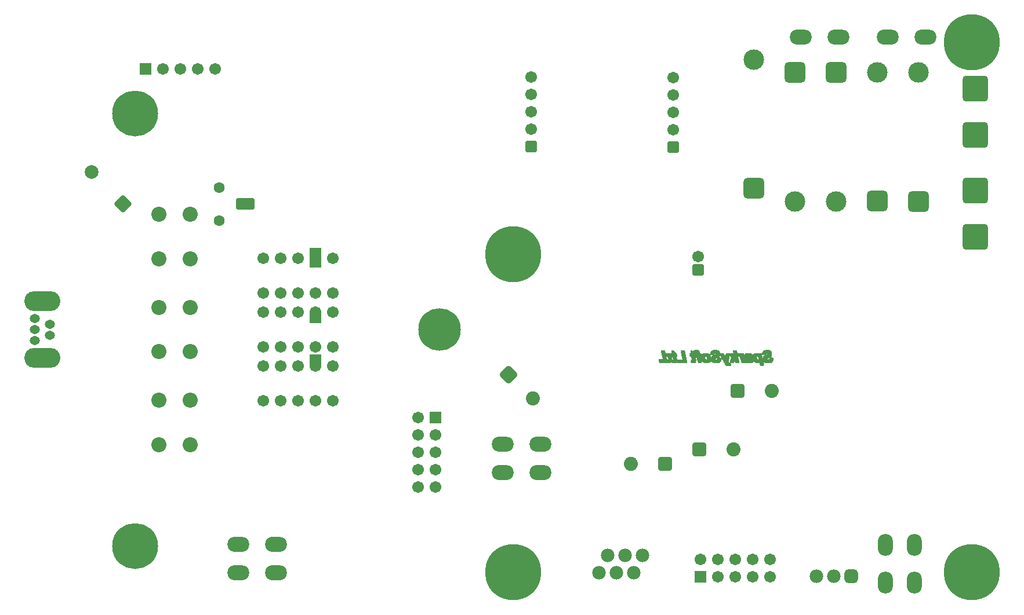
<source format=gbs>
%FSTAX25Y25*%
%MOIN*%
%SFA1B1*%

%IPPOS*%
%AMD175*
4,1,8,-0.033500,0.020700,-0.033500,-0.020700,-0.020700,-0.033500,0.020700,-0.033500,0.033500,-0.020700,0.033500,0.020700,0.020700,0.033500,-0.020700,0.033500,-0.033500,0.020700,0.0*
1,1,0.025720,-0.020700,0.020700*
1,1,0.025720,-0.020700,-0.020700*
1,1,0.025720,0.020700,-0.020700*
1,1,0.025720,0.020700,0.020700*
%
%AMD180*
4,1,8,0.045400,0.010300,0.010300,0.045400,-0.010300,0.045400,-0.045400,0.010300,-0.045400,-0.010300,-0.010300,-0.045400,0.010300,-0.045400,0.045400,-0.010300,0.045400,0.010300,0.0*
1,1,0.029260,0.035100,0.000000*
1,1,0.029260,0.000000,0.035100*
1,1,0.029260,-0.035100,0.000000*
1,1,0.029260,0.000000,-0.035100*
%
%AMD188*
4,1,8,0.025500,0.040400,-0.025500,0.040400,-0.040400,0.025500,-0.040400,-0.025500,-0.025500,-0.040400,0.025500,-0.040400,0.040400,-0.025500,0.040400,0.025500,0.025500,0.040400,0.0*
1,1,0.029860,0.025500,0.025500*
1,1,0.029860,-0.025500,0.025500*
1,1,0.029860,-0.025500,-0.025500*
1,1,0.029860,0.025500,-0.025500*
%
%AMD189*
4,1,8,-0.017500,-0.039000,0.017500,-0.039000,0.039000,-0.017500,0.039000,0.017500,0.017500,0.039000,-0.017500,0.039000,-0.039000,0.017500,-0.039000,-0.017500,-0.017500,-0.039000,0.0*
1,1,0.043000,-0.017500,-0.017500*
1,1,0.043000,0.017500,-0.017500*
1,1,0.043000,0.017500,0.017500*
1,1,0.043000,-0.017500,0.017500*
%
%AMD191*
4,1,8,0.059100,-0.038600,0.059100,0.038600,0.038600,0.059100,-0.038600,0.059100,-0.059100,0.038600,-0.059100,-0.038600,-0.038600,-0.059100,0.038600,-0.059100,0.059100,-0.038600,0.0*
1,1,0.041080,0.038600,-0.038600*
1,1,0.041080,0.038600,0.038600*
1,1,0.041080,-0.038600,0.038600*
1,1,0.041080,-0.038600,-0.038600*
%
%AMD195*
4,1,8,0.046600,0.010500,0.010500,0.046600,-0.010500,0.046600,-0.046600,0.010500,-0.046600,-0.010500,-0.010500,-0.046600,0.010500,-0.046600,0.046600,-0.010500,0.046600,0.010500,0.0*
1,1,0.029860,0.036100,0.000000*
1,1,0.029860,0.000000,0.036100*
1,1,0.029860,-0.036100,0.000000*
1,1,0.029860,0.000000,-0.036100*
%
%AMD196*
4,1,8,-0.072900,0.055100,-0.072900,-0.055100,-0.055100,-0.072900,0.055100,-0.072900,0.072900,-0.055100,0.072900,0.055100,0.055100,0.072900,-0.055100,0.072900,-0.072900,0.055100,0.0*
1,1,0.035560,-0.055100,0.055100*
1,1,0.035560,-0.055100,-0.055100*
1,1,0.035560,0.055100,-0.055100*
1,1,0.035560,0.055100,0.055100*
%
%AMD201*
4,1,8,0.054000,-0.021000,0.054000,0.021000,0.041000,0.034000,-0.041000,0.034000,-0.054000,0.021000,-0.054000,-0.021000,-0.041000,-0.034000,0.041000,-0.034000,0.054000,-0.021000,0.0*
1,1,0.026000,0.041000,-0.021000*
1,1,0.026000,0.041000,0.021000*
1,1,0.026000,-0.041000,0.021000*
1,1,0.026000,-0.041000,-0.021000*
%
%ADD174C,0.067060*%
G04~CAMADD=175~8~0.0~0.0~670.6~670.6~128.6~0.0~15~0.0~0.0~0.0~0.0~0~0.0~0.0~0.0~0.0~0~0.0~0.0~0.0~90.0~670.0~670.0*
%ADD175D175*%
%ADD176O,0.059180X0.051310*%
%ADD177O,0.206850X0.114330*%
%ADD178C,0.263900*%
%ADD179C,0.244220*%
G04~CAMADD=180~8~0.0~0.0~788.7~788.7~146.3~0.0~15~0.0~0.0~0.0~0.0~0~0.0~0.0~0.0~0.0~0~0.0~0.0~0.0~315.0~992.0~991.0*
%ADD180D180*%
%ADD181C,0.078870*%
%ADD182R,0.067060X0.067060*%
%ADD183O,0.126110X0.086740*%
%ADD184R,0.067060X0.067060*%
%ADD185C,0.086740*%
%ADD186C,0.063120*%
%ADD187C,0.080830*%
G04~CAMADD=188~8~0.0~0.0~808.3~808.3~149.3~0.0~15~0.0~0.0~0.0~0.0~0~0.0~0.0~0.0~0.0~0~0.0~0.0~0.0~0.0~808.3~808.3*
%ADD188D188*%
G04~CAMADD=189~8~0.0~0.0~780.0~780.0~215.0~0.0~15~0.0~0.0~0.0~0.0~0~0.0~0.0~0.0~0.0~0~0.0~0.0~0.0~180.0~780.0~780.0*
%ADD189D189*%
%ADD190C,0.078000*%
G04~CAMADD=191~8~0.0~0.0~1182.4~1182.4~205.4~0.0~15~0.0~0.0~0.0~0.0~0~0.0~0.0~0.0~0.0~0~0.0~0.0~0.0~270.0~1182.0~1182.0*
%ADD191D191*%
%ADD192C,0.118240*%
%ADD193C,0.067060*%
%ADD194C,0.322000*%
G04~CAMADD=195~8~0.0~0.0~808.3~808.3~149.3~0.0~15~0.0~0.0~0.0~0.0~0~0.0~0.0~0.0~0.0~0~0.0~0.0~0.0~315.0~1018.0~1017.0*
%ADD195D195*%
G04~CAMADD=196~8~0.0~0.0~1457.9~1457.9~177.8~0.0~15~0.0~0.0~0.0~0.0~0~0.0~0.0~0.0~0.0~0~0.0~0.0~0.0~90.0~1458.0~1458.0*
%ADD196D196*%
%ADD197O,0.086740X0.126110*%
%ADD198R,0.066000X0.118000*%
%ADD199R,0.065940X0.063580*%
%ADD200R,0.065940X0.067300*%
G04~CAMADD=201~8~0.0~0.0~680.0~1080.0~130.0~0.0~15~0.0~0.0~0.0~0.0~0~0.0~0.0~0.0~0.0~0~0.0~0.0~0.0~270.0~1080.0~680.0*
%ADD201D201*%
%LNunisolder52_full-1*%
%LPD*%
G36*
X0511638Y0408933D02*
X0511534D01*
X0511638Y0408433*
X0511534*
X0511638Y0407933*
X0506056*
X0505831Y0408999*
X0505937*
X0505831Y0409499*
X0505937*
X0505831Y0409999*
X0508888*
X050798Y0414339*
X0508085*
X050798Y0414839*
X0508085*
X050798Y0415339*
X0510305*
X0511638Y0408933*
G37*
G36*
X0499184Y0413588D02*
X0499209Y0413598D01*
X0499317Y0413623*
X0499417Y0413648*
X0499509Y0413664*
X0499584Y0413681*
X049965*
X04997Y041369*
X0499742*
X0499934Y0413681*
X0500016Y0413666*
X0500084Y0413681*
X050015*
X05002Y041369*
X0500242*
X0500434Y0413681*
X0500516Y0413666*
X0500584Y0413681*
X0500651*
X05007Y041369*
X0500742*
X0500934Y0413681*
X0501117Y0413648*
X0501284Y0413606*
X050145Y0413548*
X05016Y0413481*
X0501742Y0413406*
X0501867Y0413323*
X0501983Y041324*
X0502083Y0413148*
X0502175Y0413073*
X0502177*
X0502074Y0413573*
X0502639*
X0502516Y0414181*
X0502631Y0414111*
X0502516Y041468*
X0502631Y041461*
X0502516Y041518*
X0503086Y0414834*
X0503016Y041518*
X0503586Y0414834*
X0503516Y041518*
X050494Y0414314*
X0505099Y0413573*
X0505707*
X0505898Y041264*
X0505796*
X0505898Y041214*
X0505796*
X0505898Y041164*
X0505496*
X0505682Y0410774*
X0505707Y0410632*
X0505732Y0410507*
X0505757Y0410399*
X0505773Y0410291*
X050579Y0410199*
X0505798Y0410124*
X0505815Y0410049*
X0505823Y0409991*
Y0409933*
X0505832Y0409891*
X050584Y0409833*
Y0409791*
Y0409783*
X0505823Y0409624*
X0505811Y0409568*
X0505815Y0409549*
X0505823Y0409491*
Y0409433*
X0505832Y0409391*
X050584Y0409333*
Y0409291*
Y0409283*
X0505823Y0409124*
X0505811Y0409068*
X0505815Y0409049*
X0505823Y0408991*
Y0408933*
X0505832Y0408891*
X050584Y0408833*
Y0408791*
Y0408783*
X0505823Y0408624*
X050579Y0408474*
X0505748Y0408358*
X050569Y040825*
X0505632Y0408175*
X050559Y0408116*
X0505557Y0408075*
X050554Y0408066*
X0505482Y0408025*
X0505415Y0407983*
X0505265Y0407925*
X0505107Y0407875*
X0504949Y040785*
X0504807Y0407833*
X050474Y0407825*
X0504691*
X050464Y0407816*
X0504457*
X0504332Y0407825*
X0504291Y0407831*
X0504241Y0407825*
X050419*
X0504141Y0407816*
X0503957*
X0503832Y0407825*
X0503791Y0407831*
X0503741Y0407825*
X050369*
X0503641Y0407816*
X0503457*
X0503332Y0407825*
X0503224Y0407841*
X0503124Y040785*
X0503032Y0407866*
X0502974Y0407875*
X0502933Y0407883*
X0502916*
X0502776Y0408534*
X0502766Y0408516*
X0502725Y040845*
X0502691Y0408399*
X0502666Y0408358*
X0502641Y0408333*
X0502633Y0408316*
X0502625Y0408308*
X0502533Y0408225*
X0502441Y040815*
X050235Y0408083*
X050225Y0408025*
X050215Y0407975*
X0502058Y0407933*
X0501867Y0407875*
X05017Y0407841*
X0501633Y0407833*
X0501567Y0407825*
X0501517Y0407816*
X050145*
X05013Y0407825*
X050118Y0407839*
X0501133Y0407833*
X0501067Y0407825*
X0501017Y0407816*
X050095*
X05008Y0407825*
X050068Y0407839*
X0500633Y0407833*
X0500567Y0407825*
X0500517Y0407816*
X050045*
X05003Y0407825*
X0500159Y0407841*
X0500034Y0407858*
X0499925Y0407891*
X0499834Y0407916*
X0499767Y0407933*
X0497943*
X0497653Y040926*
X0497718Y0408933*
X0497618*
X0497718Y0408433*
X0497618*
X0497718Y0407933*
X0495477*
X0495235Y0409141*
X0495335*
X0495235Y0409641*
X0495335*
X0495235Y0410141*
X0497461*
X0496543Y0414339*
X0496653*
X0496543Y0414839*
X0496653*
X0496543Y0415339*
X0498801*
X0499184Y0413588*
G37*
G36*
X0558327Y0415447D02*
X0558519Y041543D01*
X0558694Y0415405*
X055886Y0415372*
X055901Y0415331*
X0559152Y041528*
X0559277Y0415239*
X0559385Y0415189*
X0559485Y0415131*
X0559577Y0415089*
X0559652Y0415039*
X055971Y0414997*
X055976Y0414964*
X0559794Y0414939*
X055981Y0414922*
X0559818Y0414914*
X0559918Y0414814*
X056001Y0414706*
X0560085Y0414589*
X0560152Y0414481*
X056021Y0414364*
X056026Y0414256*
X0560302Y0414148*
X0560327Y0414048*
X0560352Y0413948*
X0560368Y0413856*
X0560385Y0413773*
X0560393Y0413706*
X0560401Y0413648*
Y0413606*
Y0413581*
Y0413573*
X0560393Y0413406*
X0560378Y0413308*
X0560385Y0413273*
X0560393Y0413206*
X0560401Y0413148*
Y0413106*
Y0413081*
Y0413073*
X0560393Y0412906*
X0560378Y0412808*
X0560385Y0412773*
X0560393Y0412706*
X0560401Y0412648*
Y0412606*
Y0412581*
Y0412573*
X0560393Y0412406*
X0560368Y0412248*
X0560343Y0412106*
X0560302Y041199*
X0560268Y041189*
X0560243Y0411815*
X0560218Y0411773*
X056021Y0411757*
X0560127Y0411631*
X0560043Y0411523*
X0559952Y0411432*
X055986Y0411348*
X0559785Y0411282*
X0559727Y041124*
X0559685Y0411207*
X0559668Y0411198*
X0559602Y0411157*
X0559519Y0411115*
X0559427Y0411065*
X0559918Y0411039*
Y041104*
Y0411057*
Y0411065*
X0561176Y0410999*
Y0410766*
X0561151Y0410549*
X0561143Y0410501*
X0561176Y0410499*
Y0410266*
X0561151Y0410049*
X0561143Y0410001*
X0561176Y0409999*
Y0409766*
X0561151Y0409549*
X0561118Y0409358*
X0561076Y0409191*
X0561051Y0409116*
X0561026Y0409049*
X056101Y0408991*
X0560993Y0408949*
X0560976Y0408908*
X056096Y0408883*
X0560951Y0408866*
Y0408858*
X0560901Y0408766*
X0560843Y0408683*
X056071Y0408533*
X0560568Y0408399*
X0560427Y0408291*
X0560302Y0408208*
X0560243Y0408166*
X0560193Y0408141*
X0560152Y0408116*
X0560118Y0408108*
X0560102Y0408091*
X0560093*
X055986Y0408*
X055961Y0407933*
X0559369Y0407883*
X0559152Y040785*
X0559044Y0407841*
X0558952Y0407833*
X0558869Y0407825*
X0558802*
X0558744Y0407816*
X0558661*
X0558444Y0407825*
X0558402Y0407828*
X0558369Y0407825*
X0558302*
X0558244Y0407816*
X0558161*
X0557944Y0407825*
X0557902Y0407828*
X0557869Y0407825*
X0557802*
X0557744Y0407816*
X0557661*
X0557444Y0407825*
X0557236Y0407841*
X0557044Y0407875*
X0556869Y0407908*
X0556703Y0407958*
X0556544Y0408008*
X0556403Y0408058*
X0556278Y0408116*
X055617Y0408175*
X055607Y0408225*
X0555986Y0408275*
X055592Y0408324*
X0555861Y0408358*
X0555828Y0408391*
X0555803Y0408408*
X0555795Y0408416*
X0555678Y0408533*
X055557Y0408649*
X05555Y0408744*
X0555828Y0407167*
X0555724*
X0555828Y0406667*
X0555724*
X0555828Y0406167*
X0553579*
X0553214Y0407911*
X0553204Y0407908*
X0553104Y0407875*
X0553005Y0407858*
X0552913Y0407841*
X0552838Y0407825*
X055278*
X055273Y0407816*
X0552688*
X0552521Y0407825*
X0552414Y0407842*
X0552413Y0407841*
X0552338Y0407825*
X055228*
X055223Y0407816*
X0552188*
X0552021Y0407825*
X0551914Y0407842*
X0551913Y0407841*
X0551838Y0407825*
X055178*
X055173Y0407816*
X0551688*
X0551521Y0407825*
X0551363Y040785*
X0551213Y0407883*
X0551063Y0407933*
X055093Y0407983*
X0550797Y040805*
X055068Y0408116*
X0550572Y0408183*
X0550472Y040825*
X0550388Y0408316*
X0550314Y0408383*
X0550247Y0408433*
X0550197Y0408483*
X0550164Y0408516*
X0550139Y0408541*
X055013Y0408549*
X0549997Y0408716*
X0549882Y0408888*
X0549856Y0408766*
X0549797Y0408599*
X0549722Y0408458*
X0549656Y0408341*
X0549598Y0408258*
X0549573Y0408233*
X0549556Y0408208*
X0549539Y04082*
Y0408191*
X0549464Y0408125*
X0549389Y0408066*
X0549231Y0407975*
X0549073Y0407908*
X0548923Y0407866*
X054879Y0407833*
X0548731Y0407825*
X0548681*
X0548648Y0407816*
X054859*
X0548456Y0407825*
X0548323Y0407841*
X0548289Y0407833*
X0548231Y0407825*
X0548181*
X0548148Y0407816*
X054809*
X0547956Y0407825*
X0547823Y0407841*
X0547789Y0407833*
X0547731Y0407825*
X0547681*
X0547648Y0407816*
X054759*
X0547456Y0407825*
X0547323Y0407841*
X0547206Y0407866*
X0547098Y04079*
X0547007Y0407933*
X05428*
X05425Y0409382*
X0542467Y0409541*
X0542433Y0409691*
X05424Y0409832*
X0542367Y0409966*
X0542333Y0410082*
X05423Y0410182*
X0542275Y0410282*
X0542242Y0410365*
X0542217Y041044*
X0542192Y0410507*
X0542175Y0410557*
X0542158Y0410607*
X0542142Y041064*
X0542133Y0410665*
X0542125Y0410674*
Y0410682*
X054205Y0410832*
X0541959Y0410957*
X0541875Y0411073*
X0541792Y0411165*
X0541717Y041124*
X0541659Y0411298*
X0541617Y0411332*
X05416Y041134*
X0541475Y0411423*
X0541359Y0411482*
X0541242Y0411532*
X0541161Y0411552*
X0541142Y0411548*
X0541109Y0411532*
X0541084Y0411523*
X0541076*
X0541051Y0411575*
X0541001Y041159*
X0540973*
X0541526Y0408933*
X0541422*
X0541526Y0408433*
X0541422*
X0541526Y0407933*
X0539276*
X0538993Y0409316*
X0538926Y0409375*
X0538494Y0407933*
X0536742*
X0536828Y0407192*
X0536771Y0407177*
X0536828Y0406692*
X0536771Y0406677*
X0536828Y0406192*
X0536644Y0406142*
X0536478Y0406109*
X0536328Y0406084*
X0536195Y0406067*
X0536086Y0406059*
X0536003Y040605*
X0535936*
X0535795Y0406059*
X0535711Y0406069*
X0535695Y0406067*
X0535586Y0406059*
X0535503Y040605*
X0535436*
X0535295Y0406059*
X0535211Y0406069*
X0535195Y0406067*
X0535086Y0406059*
X0535003Y040605*
X0534936*
X0534795Y0406059*
X0534661Y0406075*
X0534545Y04061*
X0534445Y0406125*
X0534362Y040615*
X0534303Y0406175*
X053427Y0406192*
X0534253Y04062*
X0534145Y0406259*
X0534053Y0406325*
X053397Y0406392*
X0533895Y040645*
X0533837Y0406509*
X0533795Y0406559*
X053377Y0406592*
X0533762Y04066*
X053372Y040665*
X0533678Y0406708*
X0533587Y0406842*
X0533487Y0406983*
X0533404Y0407133*
X053332Y0407267*
X0533287Y0407325*
X0533254Y0407375*
X0533229Y0407417*
X0533212Y040745*
X0533195Y0407467*
Y0407475*
X0531347Y0410774*
Y0410766*
X0531321Y0410549*
X0531313Y0410501*
X0531347Y0410499*
Y0410266*
X0531321Y0410049*
X0531313Y0410001*
X0531347Y0409999*
Y0409766*
X0531321Y0409549*
X0531288Y0409358*
X0531247Y0409191*
X0531222Y0409116*
X0531197Y0409049*
X053118Y0408991*
X0531163Y0408949*
X0531147Y0408908*
X053113Y0408883*
X0531122Y0408866*
Y0408858*
X0531072Y0408766*
X0531013Y0408683*
X053088Y0408533*
X0530738Y0408399*
X0530597Y0408291*
X0530472Y0408208*
X0530413Y0408166*
X0530364Y0408141*
X0530322Y0408116*
X0530289Y0408108*
X0530272Y0408091*
X0530264*
X053003Y0408*
X052978Y0407933*
X0529539Y0407883*
X0529322Y040785*
X0529214Y0407841*
X0529122Y0407833*
X0529039Y0407825*
X0528972*
X0528914Y0407816*
X0528831*
X0528614Y0407825*
X0528573Y0407828*
X0528539Y0407825*
X0528473*
X0528414Y0407816*
X0528331*
X0528114Y0407825*
X0528073Y0407828*
X0528039Y0407825*
X0527973*
X0527914Y0407816*
X0527831*
X0527614Y0407825*
X0527406Y0407841*
X0527214Y0407875*
X0527039Y0407908*
X0526873Y0407958*
X0526715Y0408008*
X0526573Y0408058*
X0526448Y0408116*
X052634Y0408175*
X052624Y0408225*
X0526157Y0408275*
X052609Y0408324*
X0526032Y0408358*
X0525998Y0408391*
X0525973Y0408408*
X0525965Y0408416*
X0525848Y0408533*
X052574Y0408649*
X0525648Y0408774*
X0525573Y0408899*
X0525507Y0409016*
X0525457Y0409141*
X0525407Y0409258*
X0525374Y0409366*
X052536Y0409426*
X0525332Y0409282*
X0525282Y0409124*
X0525241Y0408999*
X0525224Y0408949*
X0525199Y0408899*
X0525191Y0408866*
X0525174Y0408841*
X0525166Y0408824*
Y0408816*
X0525057Y0408649*
X0524941Y0408499*
X0524816Y0408375*
X0524691Y0408266*
X0524582Y0408183*
X0524491Y0408125*
X0524458Y04081*
X0524433Y0408091*
X0524416Y0408075*
X0524408*
X0524208Y0407991*
X0524016Y0407925*
X0523816Y0407883*
X0523641Y040785*
X0523483Y0407833*
X0523416Y0407825*
X0523358*
X0523316Y0407816*
X052325*
X0523025Y0407825*
X0522969Y0407831*
X0522916Y0407825*
X0522858*
X0522816Y0407816*
X052275*
X0522525Y0407825*
X052247Y0407831*
X0522416Y0407825*
X0522358*
X0522316Y0407816*
X052225*
X0522025Y0407825*
X0521817Y040785*
X0521617Y0407891*
X0521433Y0407941*
X0521258Y0408008*
X05211Y0408075*
X0520959Y040815*
X0520825Y0408225*
X0520709Y0408299*
X0520609Y0408375*
X0520517Y0408441*
X052045Y0408508*
X0520392Y0408558*
X0520351Y0408599*
X0520326Y0408624*
X0520317Y0408633*
X0520192Y0408791*
X0520076Y0408958*
X0519984Y0409116*
X0519947Y0409194*
X0520001Y0408933*
X0519897*
X0520001Y0408433*
X0519897*
X0520001Y0407933*
X0517752*
X0516977Y0411657*
X0516824*
X0516827Y041164*
X0516425*
X0516611Y0410774*
X0516636Y0410632*
X0516661Y0410507*
X0516686Y0410399*
X0516702Y0410291*
X0516719Y0410199*
X0516727Y0410124*
X0516744Y0410049*
X0516752Y0409991*
Y0409933*
X0516761Y0409891*
X0516769Y0409833*
Y0409791*
Y0409783*
X0516752Y0409624*
X051674Y0409568*
X0516744Y0409549*
X0516752Y0409491*
Y0409433*
X0516761Y0409391*
X0516769Y0409333*
Y0409291*
Y0409283*
X0516752Y0409124*
X051674Y0409068*
X0516744Y0409049*
X0516752Y0408991*
Y0408933*
X0516761Y0408891*
X0516769Y0408833*
Y0408791*
Y0408783*
X0516752Y0408624*
X0516719Y0408474*
X0516677Y0408358*
X0516619Y040825*
X0516561Y0408175*
X0516519Y0408116*
X0516486Y0408075*
X0516469Y0408066*
X0516411Y0408025*
X0516344Y0407983*
X0516194Y0407925*
X0516036Y0407875*
X0515878Y040785*
X0515736Y0407833*
X0515669Y0407825*
X051562*
X0515569Y0407816*
X0515386*
X0515261Y0407825*
X051522Y0407831*
X0515169Y0407825*
X051512*
X0515069Y0407816*
X0514886*
X0514761Y0407825*
X051472Y0407831*
X0514669Y0407825*
X0514619*
X051457Y0407816*
X0514386*
X0514261Y0407825*
X0514153Y0407841*
X0514053Y040785*
X0513961Y0407866*
X0513903Y0407875*
X0513861Y0407883*
X0513845*
X0513645Y0408816*
X0513754Y0408808*
X0513645Y0409316*
X0513754Y0409308*
X0513645Y0409816*
X0513762Y0409808*
X0513853Y0409799*
X051392Y0409791*
X0513978*
X051402Y0409783*
X0514145*
X0514152Y0409784*
X0514145Y0409816*
X0514261Y0409808*
X0514268Y0409807*
X051427Y0409808*
X051432Y0409824*
X0514348Y0409831*
X0513961Y041164*
X0513195*
X0513003Y0412573*
X0513106*
X0513003Y0413073*
X0513106*
X0513003Y0413573*
X0513568*
X0513445Y0414181*
X051356Y0414111*
X0513445Y041468*
X051356Y041461*
X0513445Y041518*
X0514015Y0414834*
X0513945Y041518*
X0514515Y0414834*
X0514445Y041518*
X0515301Y041466*
X0515277Y0414747*
X0515403Y0414783*
X0515277Y0415247*
X0515511Y0415314*
X0515736Y0415364*
X0515944Y0415405*
X0516127Y041543*
X0516202Y0415439*
X0516277Y0415447*
X0516344*
X0516394Y0415455*
X0516494*
X051666Y0415447*
X0516719Y0415441*
X0516777Y0415447*
X0516844*
X0516894Y0415455*
X0516994*
X051716Y0415447*
X0517219Y0415441*
X0517277Y0415447*
X0517344*
X0517394Y0415455*
X0517494*
X051766Y0415447*
X051781Y041543*
X0517943Y0415405*
X0518052Y0415372*
X0518144Y0415339*
X051821Y0415314*
X0518243Y0415297*
X051826Y0415289*
X051836Y0415222*
X0518452Y0415147*
X0518527Y0415072*
X0518593Y0415006*
X0518635Y0414939*
X0518677Y0414889*
X0518693Y0414856*
X0518702Y0414839*
X0518718Y0414797*
X0518743Y0414747*
X0518785Y0414631*
X0518826Y0414498*
X051886Y0414372*
X0518893Y0414248*
X051891Y0414148*
X0518918Y0414106*
X0518926Y0414073*
X0518935Y0414056*
Y0414048*
X0519035Y0413573*
X0519734*
X0519906Y0412754*
X0519934Y0412807*
X0519992Y0412881*
X0520042Y0412956*
X0520084Y0413015*
X0520126Y0413056*
X0520151Y041309*
X0520167Y0413106*
X0520176Y0413115*
X0520284Y0413215*
X0520409Y0413306*
X0520534Y0413381*
X0520667Y0413448*
X05208Y0413506*
X0520934Y0413548*
X0521067Y0413589*
X0521192Y0413615*
X0521308Y0413639*
X0521417Y0413656*
X0521517Y0413673*
X0521608Y0413681*
X0521675Y041369*
X0521775*
X0521991Y0413681*
X0522042Y0413675*
X0522108Y0413681*
X0522175Y041369*
X0522275*
X0522492Y0413681*
X0522542Y0413675*
X0522608Y0413681*
X0522675Y041369*
X0522775*
X0522992Y0413681*
X05232Y0413656*
X0523391Y0413615*
X0523575Y0413573*
X0523741Y0413506*
X05239Y0413448*
X0524041Y0413373*
X0524174Y0413306*
X0524291Y0413231*
X0524391Y0413156*
X0524474Y0413098*
X0524549Y041304*
X0524608Y041299*
X0524649Y0412948*
X0524674Y0412923*
X0524683Y0412915*
X0524807Y0412765*
X0524881Y0412665*
X0524882Y0412673*
X0524915Y0412831*
X0524957Y0412973*
X0524969Y041301*
X0524865Y0413015*
X0524882Y0413173*
X0524915Y0413331*
X0524957Y0413473*
X0524969Y041351*
X0524865Y0413515*
X0524882Y0413673*
X0524915Y0413831*
X0524957Y0413973*
X0524999Y0414106*
X0525057Y0414231*
X0525107Y0414348*
X0525174Y0414456*
X0525232Y0414547*
X052529Y0414639*
X0525349Y0414714*
X0525407Y0414772*
X0525449Y0414831*
X052549Y0414872*
X0525523Y0414897*
X052554Y0414914*
X0525548Y0414922*
X0525673Y0415014*
X0525798Y0415097*
X052594Y0415172*
X0526082Y0415231*
X0526223Y041528*
X0526373Y0415322*
X0526656Y0415389*
X0526781Y0415414*
X0526906Y041543*
X0527014Y0415439*
X0527114Y0415447*
X0527189Y0415455*
X0527298*
X0527498Y0415447*
X0527555Y0415442*
X0527614Y0415447*
X0527689Y0415455*
X0527798*
X0527998Y0415447*
X0528055Y0415442*
X0528115Y0415447*
X0528189Y0415455*
X0528298*
X0528498Y0415447*
X0528689Y041543*
X0528864Y0415405*
X0529031Y0415372*
X0529181Y0415331*
X0529322Y041528*
X0529447Y0415239*
X0529556Y0415189*
X0529656Y0415131*
X0529747Y0415089*
X0529822Y0415039*
X052988Y0414997*
X052993Y0414964*
X0529964Y0414939*
X052998Y0414922*
X0529989Y0414914*
X0530089Y0414814*
X053018Y0414706*
X0530255Y0414589*
X0530322Y0414481*
X053038Y0414364*
X053043Y0414256*
X0530472Y0414148*
X0530497Y0414048*
X0530522Y0413948*
X0530539Y0413856*
X0530555Y0413773*
X0530563Y0413706*
X0530572Y0413648*
Y0413606*
Y0413581*
Y0413573*
X0532663*
X0533639Y0411751*
X0533895Y0413573*
X0538002*
X0538119Y041346*
X0537935Y0414339*
X053804*
X0537935Y0414839*
X053804*
X0537935Y0415339*
X0540193*
X0540539Y0413677*
X0540576Y0413681*
X0540626Y041369*
X0540676*
X0540817Y0413681*
X0540921Y0413657*
X0541001Y0413673*
X0541076Y0413681*
X0541126Y041369*
X0541176*
X0541317Y0413681*
X0541421Y0413657*
X0541501Y0413673*
X0541576Y0413681*
X0541626Y041369*
X0541676*
X0541817Y0413681*
X0541959Y0413648*
X0542092Y0413598*
X0542139Y0413573*
X0544083*
X0544541Y0411375*
Y0411407*
Y0411432*
Y041144*
X0544549Y041154*
X0544558Y0411631*
X0544561Y0411642*
X0544558Y0411665*
X0544549Y041174*
Y0411807*
X0544541Y0411865*
Y0411907*
Y0411932*
Y041194*
X0544549Y041204*
X0544558Y0412132*
X0544561Y0412142*
X0544558Y0412165*
X0544549Y041224*
Y0412307*
X0544541Y0412365*
Y0412407*
Y0412432*
Y041244*
X0544549Y041254*
X0544558Y0412632*
X0544607Y0412798*
X0544674Y0412948*
X0544757Y0413081*
X0544841Y0413181*
X0544907Y0413256*
X0544957Y0413306*
X0544966Y0413323*
X0544974*
X0545057Y041339*
X0545149Y0413448*
X0545357Y0413531*
X0545582Y0413598*
X0545799Y0413648*
X0545899Y0413656*
X054599Y0413673*
X0546073Y0413681*
X0546148*
X0546215Y041369*
X0546457*
X0546552Y0413679*
X0546573Y0413681*
X0546649*
X0546715Y041369*
X0546957*
X0547051Y0413679*
X0547074Y0413681*
X0547149*
X0547215Y041369*
X0547457*
X0547607Y0413673*
X0547748Y0413656*
X0547882Y0413631*
X0548006Y0413606*
X0548123Y0413581*
X0548223Y0413548*
X0548315Y0413515*
X0548406Y0413481*
X0548481Y0413448*
X054854Y0413423*
X054859Y0413398*
X0548631Y0413373*
X0548665Y0413356*
X0548681Y0413348*
X054869Y041334*
X0548873Y0413198*
X0549023Y041304*
X0549148Y0412881*
X0549248Y0412723*
X0549323Y041259*
X0549348Y0412523*
X0549373Y0412473*
X0549389Y0412432*
X0549406Y0412398*
X0549414Y0412382*
Y0412373*
X0549166Y0412353*
X0549248Y0412223*
X0549323Y041209*
X0549348Y0412023*
X0549373Y0411973*
X0549377Y0411962*
X0549381Y0412032*
X0549405Y041219*
X0549431Y041234*
X0549464Y0412473*
X0549506Y0412598*
X0549547Y0412707*
X0549589Y0412807*
X054963Y0412898*
X0549672Y0412973*
X0549705Y0413031*
X0549747Y041309*
X0549772Y0413131*
X0549797Y0413156*
X0549805Y0413173*
X0549814Y0413181*
X0549897Y0413273*
X0549989Y0413348*
X0550089Y0413415*
X055018Y0413473*
X055028Y0413523*
X055038Y0413564*
X0550563Y0413623*
X055073Y0413664*
X0550797Y0413673*
X0550863Y0413681*
X0550913Y041369*
X055098*
X0551122Y0413681*
X0551242Y0413666*
X0551297Y0413673*
X0551363Y0413681*
X0551413Y041369*
X055148*
X0551621Y0413681*
X0551742Y0413666*
X0551797Y0413673*
X0551863Y0413681*
X0551913Y041369*
X055198*
X0552121Y0413681*
X0552255Y0413664*
X0552371Y0413648*
X055248Y0413623*
X0552571Y0413589*
X0552638Y0413573*
X0554496*
X0554702Y041258*
X0554712Y0412673*
X0554745Y0412831*
X0554787Y0412973*
X0554799Y041301*
X0554695Y0413015*
X0554712Y0413173*
X0554745Y0413331*
X0554787Y0413473*
X0554799Y041351*
X0554695Y0413515*
X0554712Y0413673*
X0554745Y0413831*
X0554787Y0413973*
X0554828Y0414106*
X0554887Y0414231*
X0554937Y0414348*
X0555003Y0414456*
X0555062Y0414547*
X055512Y0414639*
X0555178Y0414714*
X0555236Y0414772*
X0555278Y0414831*
X055532Y0414872*
X0555353Y0414897*
X055537Y0414914*
X0555378Y0414922*
X0555503Y0415014*
X0555628Y0415097*
X055577Y0415172*
X0555911Y0415231*
X0556053Y041528*
X0556203Y0415322*
X0556486Y0415389*
X0556611Y0415414*
X0556736Y041543*
X0556844Y0415439*
X0556944Y0415447*
X0557019Y0415455*
X0557128*
X0557327Y0415447*
X0557384Y0415442*
X0557444Y0415447*
X0557519Y0415455*
X0557627*
X0557827Y0415447*
X0557885Y0415442*
X0557944Y0415447*
X0558019Y0415455*
X0558127*
X0558327Y0415447*
G37*
%LNunisolder52_full-2*%
%LPC*%
G36*
X0522286Y0411616D02*
X0522284Y0411615D01*
X05222Y0411557*
X052215Y0411515*
X0522109Y0411482*
X05221Y0411473*
X0522009Y0411365*
X0521942Y0411248*
X0521906Y0411148*
X0521909Y0411132*
X052195Y0410999*
X0521992Y0410874*
X0522034Y0410757*
X0522084Y0410649*
X0522133Y0410557*
X0522175Y0410474*
X0522217Y0410399*
X0522259Y0410332*
X0522284Y0410291*
X0522308Y0410249*
X0522325Y0410232*
X0522333Y0410224*
X05224Y0410149*
X0522467Y0410083*
X0522542Y0410016*
X0522617Y0409966*
X0522686Y0409929*
X0522691Y0409933*
X0522775Y0409983*
X0522833Y0410033*
X0522866Y0410066*
X0522883Y0410074*
X0522974Y0410191*
X0523033Y0410324*
X0523075Y0410429*
X0523066Y0410465*
X0523033Y0410582*
X0523008Y0410674*
X0522999Y0410707*
X0522991Y0410732*
X0522983Y0410749*
Y0410757*
X0522908Y0410923*
X0522833Y0411073*
X052275Y0411198*
X0522675Y0411307*
X05226Y0411382*
X0522541Y041144*
X0522508Y0411482*
X0522491Y041149*
X0522366Y0411573*
X0522286Y0411616*
G37*
G36*
X0551982Y0411633D02*
X055193Y0411598D01*
X0551872Y0411548*
X0551838Y0411515*
X055183Y0411507*
X0551747Y041139*
X0551688Y0411265*
X0551648Y0411157*
X0551672Y0411049*
X0551713Y0410924*
X055173Y0410866*
X0551738Y0410824*
X0551755Y0410782*
X0551763Y0410757*
X0551772Y0410741*
Y0410732*
X0551847Y0410549*
X055193Y0410391*
X0552005Y0410266*
X0552088Y0410157*
X0552155Y0410083*
X0552205Y0410024*
X0552238Y0409991*
X0552255Y0409983*
X0552332Y0409929*
X0552379Y0409966*
X0552429Y0410008*
X0552471Y0410041*
X0552479Y0410058*
X0552571Y0410183*
X0552629Y0410316*
X0552673Y041044*
X0552663Y0410482*
X0552638Y0410599*
X0552613Y041069*
X0552604Y0410724*
X0552596Y0410749*
X0552588Y0410765*
Y0410774*
X0552521Y0410949*
X0552446Y0411107*
X0552371Y0411232*
X0552296Y041134*
X0552229Y0411423*
X0552179Y0411482*
X0552146Y0411523*
X0552129Y0411532*
X0552013Y0411615*
X0551982Y0411633*
G37*
G36*
X0529064Y0410803D02*
X0528997Y0410774D01*
X0528931Y041074*
X0528872Y0410715*
X0528814Y041069*
X0528781Y0410674*
X0528756Y0410657*
X0528748*
X0528614Y0410599*
X0528489Y041054*
X0528381Y041049*
X0528289Y0410449*
X0528206Y0410407*
X0528131Y0410365*
X0528064Y0410332*
X0528006Y0410299*
X0527964Y0410274*
X0527923Y0410249*
X0527865Y0410215*
X052784Y0410199*
X0527831Y041019*
X0527828Y0410187*
X0527831Y0410183*
X0527865Y0410149*
X0527881Y0410141*
X052794Y0410099*
X0528006Y0410066*
X0528148Y0410008*
X0528306Y0409974*
X0528328Y040997*
X0528414Y0409991*
X0528497Y0410024*
X0528581Y0410049*
X0528647Y0410083*
X0528706Y0410116*
X0528756Y0410141*
X0528797Y0410174*
X052883Y0410199*
X0528872Y0410232*
X0528889Y0410249*
X0528922Y0410291*
X0528947Y0410349*
X0528997Y0410466*
X052903Y0410599*
X0529055Y0410741*
X0529064Y0410803*
G37*
G36*
X0554716Y0412514D02*
X055513Y0410522D01*
X0555137Y0410615*
X055514Y041063*
X0555137Y0410649*
X0555128Y0410724*
Y0410782*
X055512Y0410832*
Y0410857*
Y0410866*
X0555128Y041099*
X0555137Y0411116*
X0555195Y0411332*
X0555262Y0411532*
X0555345Y041169*
X0555395Y0411765*
X0555437Y0411824*
X055547Y0411873*
X0555503Y0411915*
X0555536Y0411957*
X0555561Y0411982*
X055557Y041199*
X0555578Y0411999*
X0555645Y0412057*
X0555728Y0412115*
X055582Y0412182*
X0555928Y041224*
X0556153Y0412373*
X0556339Y0412469*
X0555962Y0412484*
X0555961Y0412481*
Y0412473*
Y0412465*
X0554716Y0412514*
G37*
G36*
X0558893Y0410803D02*
X0558827Y0410774D01*
X055876Y041074*
X0558702Y0410715*
X0558644Y041069*
X0558611Y0410674*
X0558586Y0410657*
X0558577*
X0558444Y0410599*
X0558319Y041054*
X0558211Y041049*
X0558119Y0410449*
X0558036Y0410407*
X0557961Y0410365*
X0557894Y0410332*
X0557836Y0410299*
X0557794Y0410274*
X0557753Y0410249*
X0557694Y0410215*
X0557669Y0410199*
X0557661Y041019*
X0557657Y0410187*
X0557661Y0410183*
X0557694Y0410149*
X0557711Y0410141*
X0557769Y0410099*
X0557836Y0410066*
X0557977Y0410008*
X0558136Y0409974*
X0558158Y040997*
X0558244Y0409991*
X0558327Y0410024*
X055841Y0410049*
X0558477Y0410083*
X0558535Y0410116*
X0558585Y0410141*
X0558627Y0410174*
X055866Y0410199*
X0558702Y0410232*
X0558718Y0410249*
X0558752Y0410291*
X0558777Y0410349*
X0558827Y0410466*
X055886Y0410599*
X0558885Y0410741*
X0558893Y0410803*
G37*
G36*
X0545011Y0408433D02*
X0544945D01*
X0544988Y0408228*
X0544999Y0408299*
X0545007Y0408399*
X0545011Y0408433*
G37*
G36*
X0536032Y0411975D02*
X0535458Y0408679D01*
X0535478Y0408641*
X0535553Y0408525*
X0535636Y0408425*
X0535711Y0408342*
X0535795Y0408275*
X053587Y0408217*
X0535945Y0408167*
X0536011Y0408133*
X0536078Y0408108*
X0536101Y0408098*
X0536136Y0408108*
X0536178Y0408117*
X0536211Y0408125*
X0536219*
X0536226Y0408065*
X0536253Y0408058*
X0536278*
X0536405Y0408433*
X0536236*
X0536405Y0408933*
X0536236*
X0536976Y0411124*
X0536032Y0411975*
G37*
G36*
X0544996Y0408933D02*
X0544945D01*
X0544988Y0408728*
X0544999Y04088*
X0545004Y0408862*
X0544999Y0408916*
X0544996Y0408933*
G37*
G36*
X0500093Y0411581D02*
X0500051Y0411548D01*
X0499992Y0411498*
X0499951Y0411465*
X0499942Y0411448*
X0499851Y0411323*
X0499784Y041119*
X0499742Y0411079*
X0499759Y0411007*
X0499792Y0410882*
X0499826Y0410791*
X0499834Y0410757*
X0499842Y0410732*
X0499851Y0410716*
Y0410707*
X0499917Y0410541*
X0500001Y0410391*
X0500076Y0410266*
X0500151Y0410166*
X0500217Y0410091*
X0500276Y0410033*
X0500309Y0409999*
X0500326Y0409991*
X0500442Y0409916*
X0500447Y0409914*
X05005Y0409949*
X050055Y0409991*
X0500592Y0410024*
X05006Y0410033*
X0500683Y0410149*
X0500742Y0410274*
X0500779Y0410373*
X0500733Y0410549*
X05007Y0410657*
X0500667Y0410749*
X0500633Y041084*
X0500608Y0410915*
X0500575Y0410982*
X050055Y041104*
X0500525Y041109*
X0500508Y0411123*
X0500492Y041114*
Y0411148*
X0500425Y0411257*
X050035Y0411348*
X0500275Y0411432*
X05002Y0411507*
X0500117Y0411565*
X0500093Y0411581*
G37*
G36*
X0503032Y041164D02*
X0502937D01*
X0502949Y041159*
X0502983Y041144*
X0503016Y0411299*
X0503033Y0411166*
X050305Y0411049*
X0503058Y0410957*
Y0410874*
X0503066Y0410816*
Y0410782*
Y0410766*
X0503058Y0410591*
X0503054Y0410505*
X0503058Y0410457*
Y0410374*
X0503066Y0410316*
Y0410282*
Y0410266*
X0503058Y0410091*
X0503054Y0410005*
X0503058Y0409957*
Y0409874*
X0503066Y0409816*
Y0409788*
X0503091Y0409783*
X0503216*
X0503223Y0409784*
X0503216Y0409816*
X0503333Y0409808*
X0503339Y0409807*
X0503341Y0409808*
X0503391Y0409824*
X0503419Y0409831*
X0503032Y041164*
G37*
G36*
X0519853Y0412656D02*
X0519822D01*
X051983Y0412615*
X0519853Y0412656*
G37*
G36*
X053057Y0412659D02*
X0530572Y0412648D01*
Y0412606*
Y0412581*
Y0412573*
X0530618*
X053057Y0412659*
G37*
G36*
X0549372Y041187D02*
X0549166Y0411853D01*
X0549248Y0411723*
X0549323Y041159*
X0549348Y0411523*
X0549372Y0411474*
Y0411557*
X0549364Y0411624*
Y0411665*
Y0411682*
X0549372Y0411865*
Y041187*
G37*
G36*
X053057Y0413159D02*
X0530572Y0413148D01*
Y0413106*
Y0413081*
Y0413073*
X0530618*
X053057Y0413159*
G37*
G36*
X0557645Y0413343D02*
X0557628Y0413339D01*
X0557503Y0413289*
X0557411Y0413248*
X0557344Y0413206*
X0557311Y0413173*
X0557294Y0413164*
X0557195Y0413064*
X055712Y0412956*
X0557061Y0412839*
X0557047Y04128*
X0557119Y0412831*
X0557236Y041289*
X0557344Y041294*
X0557444Y0412981*
X0557527Y0413031*
X0557611Y0413073*
X0557677Y0413106*
X0557735Y041314*
X0557786Y0413173*
X0557827Y0413198*
X0557883Y0413233*
X055781Y0413281*
X0557694Y0413331*
X0557645Y0413343*
G37*
G36*
X0527815D02*
X0527798Y0413339D01*
X0527673Y0413289*
X0527581Y0413248*
X0527515Y0413206*
X0527481Y0413173*
X0527465Y0413164*
X0527365Y0413064*
X052729Y0412956*
X0527232Y0412839*
X0527217Y04128*
X0527289Y0412831*
X0527406Y041289*
X0527514Y041294*
X0527614Y0412981*
X0527698Y0413031*
X0527781Y0413073*
X0527847Y0413106*
X0527906Y041314*
X0527956Y0413173*
X0527997Y0413198*
X0528053Y0413233*
X0527981Y0413281*
X0527864Y0413331*
X0527815Y0413343*
G37*
G36*
X0529589Y041106D02*
X0529554Y0411041D01*
X0529589Y0411039*
Y041104*
Y0411057*
Y041106*
G37*
G36*
X0530534Y0412223D02*
X0530513Y0412106D01*
X0530472Y041199*
X0530439Y041189*
X0530413Y0411815*
X0530389Y0411773*
X053038Y0411757*
X0530297Y0411631*
X0530214Y0411523*
X0530122Y0411432*
X053003Y0411348*
X0529955Y0411282*
X0529897Y041124*
X0529855Y0411207*
X0529839Y0411198*
X0529772Y0411157*
X0529689Y0411115*
X0529598Y0411065*
X0530089Y0411039*
Y041104*
Y0411057*
Y0411065*
X0531216Y0411006*
X0530534Y0412223*
G37*
G36*
X0519596Y0411657D02*
X0519434D01*
X0519607Y0410827*
X0519609Y0410849*
X0519601Y0410899*
Y0410982*
X0519593Y041104*
Y0411074*
Y041109*
X0519601Y0411265*
X0519609Y0411349*
X0519601Y0411399*
Y0411482*
X0519593Y041154*
Y0411574*
Y041159*
X0519596Y0411657*
G37*
G36*
X0524977Y041251D02*
X0525016Y041244D01*
X0525099Y0412273*
X0525174Y0412098*
X0525232Y0411924*
X0525274Y0411757*
X0525316Y0411599*
X0525349Y0411449*
X0525363Y0411326*
X0525365Y0411332*
X0525432Y0411532*
X0525515Y041169*
X0525565Y0411765*
X0525607Y0411824*
X052564Y0411873*
X0525673Y0411915*
X0525707Y0411957*
X0525732Y0411982*
X052574Y041199*
X0525748Y0411999*
X0525815Y0412057*
X0525898Y0412115*
X052599Y0412182*
X0526098Y041224*
X0526323Y0412373*
X0526509Y0412469*
X0526132Y0412484*
X0526131Y0412481*
Y0412473*
Y0412465*
X0524977Y041251*
G37*
G36*
X0549372Y041137D02*
X0549315Y0411365D01*
X054937Y0411325*
X0549372Y0411365*
Y041137*
G37*
G36*
X0559418Y041106D02*
X0559384Y0411041D01*
X0559418Y0411039*
Y041104*
Y0411057*
Y041106*
G37*
%LNunisolder52_full-3*%
%LPD*%
G54D174*
X0503498Y0562063D03*
Y0572063D03*
Y0552063D03*
Y0542063D03*
X0421798Y0542463D03*
Y0552463D03*
Y0572463D03*
Y0562463D03*
X0210191Y0577165D03*
X0220191D03*
X0230191D03*
X0240191D03*
X0356891Y0376565D03*
X0366891Y0366565D03*
X0356891D03*
X0366891Y0356565D03*
X0356891D03*
X0366891Y0346565D03*
X0356891D03*
X0366891Y0336565D03*
X0356891D03*
X0307891Y0468265D03*
X0297891D03*
X0287891D03*
X0277891D03*
X0267891D03*
X0307891Y0448265D03*
X0297891D03*
X0287891D03*
X0277891D03*
X0267891D03*
Y0417165D03*
X0277891D03*
X0287891D03*
X0297891D03*
X0307891D03*
X0267891Y0437165D03*
X0277891D03*
X0287891D03*
X0297891D03*
X0307891D03*
Y0406065D03*
X0297891D03*
X0287891D03*
X0277891D03*
X0267891D03*
X0307891Y0386065D03*
X0297891D03*
X0287891D03*
X0277891D03*
X0267891D03*
X0559272Y0294744D03*
Y0284744D03*
X0549272Y0294744D03*
Y0284744D03*
X0539272Y0294744D03*
Y0284744D03*
X0529272Y0294744D03*
Y0284744D03*
X0519272Y0294744D03*
G54D175*
X0503498Y0532063D03*
X0421798Y0532463D03*
X0517851Y0461417D03*
G54D176*
X0145276Y0430315D03*
X0136614Y0433465D03*
X0145276Y0424016D03*
X0136614Y0420866D03*
Y0427165D03*
G54D177*
X0140945Y0410827D03*
Y0443504D03*
G54D178*
X0194291Y0302665D03*
Y0551665D03*
G54D179*
X0369291Y0427165D03*
G54D180*
X0187197Y049969D03*
G54D181*
X0169102Y0517785D03*
G54D182*
X0200191Y0577165D03*
X0519272Y0284744D03*
G54D183*
X0253465Y0287098D03*
X0275118D03*
Y0303633D03*
X0253465D03*
X0626968Y0595472D03*
X0648622D03*
X0405673Y0344727D03*
X0427327D03*
Y0361262D03*
X0405673D03*
X0598425Y0595472D03*
X0576772D03*
G54D184*
X0366891Y0376565D03*
G54D185*
X0208033Y046787D03*
X022575D03*
Y0493461D03*
X0208033D03*
Y041437D03*
X022575D03*
Y0439961D03*
X0208033D03*
Y036087D03*
X022575D03*
Y0386461D03*
X0208033D03*
G54D186*
X024249Y0489814D03*
Y0509027D03*
G54D187*
X0560335Y0392027D03*
X042276Y0387435D03*
X0538287Y0358268D03*
X0479331Y0349803D03*
G54D188*
X054065Y0392027D03*
X0518602Y0358268D03*
X0499016Y0349803D03*
G54D189*
X0606063Y0285138D03*
G54D190*
X0596063Y0285138D03*
X0586063D03*
X0486Y0297094D03*
X0481Y0287094D03*
X0476Y0297094D03*
X0471Y0287094D03*
X0466Y0297094D03*
X0461Y0287094D03*
G54D191*
X0549902Y0508382D03*
X0597244Y0575083D03*
X0573622D03*
X0644488Y0501D03*
X0620866Y0501098D03*
G54D192*
X0549902Y0582555D03*
X0597244Y0500909D03*
X0573622D03*
X0644488Y0575173D03*
X0620866Y0575272D03*
G54D193*
X0517851Y0469291D03*
G54D194*
X0411417Y0287402D03*
Y0470472D03*
X0675197Y059252D03*
Y0287402D03*
G54D195*
X040884Y0401354D03*
G54D196*
X0677165Y0507146D03*
Y0480531D03*
Y0565728D03*
Y0539114D03*
G54D197*
X0625591Y0281496D03*
Y030315D03*
X0642126D03*
Y0281496D03*
G54D198*
X0297891Y0468465D03*
G54D199*
X0297884Y0433986D03*
G54D200*
X0297884Y040943D03*
G54D201*
X0257691Y0499665D03*
M02*
</source>
